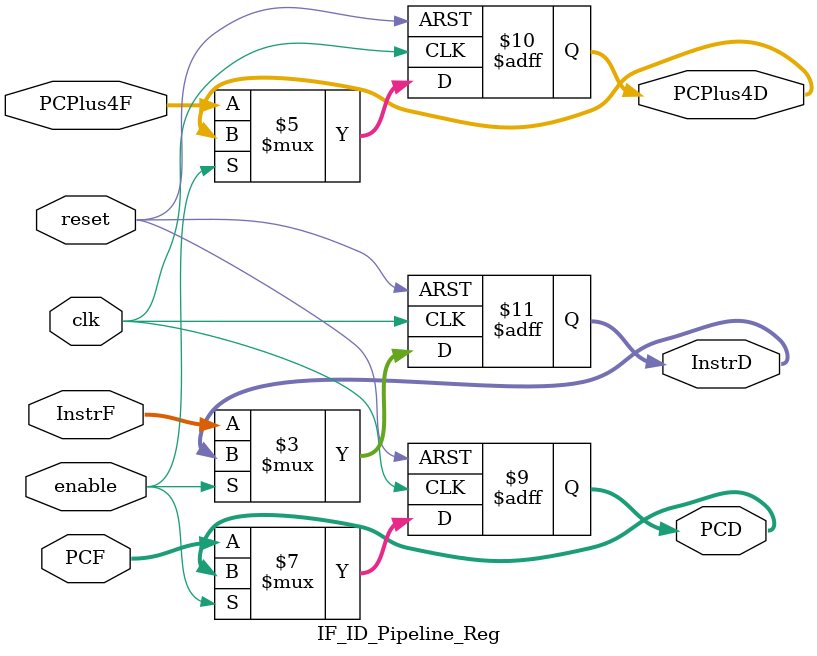
<source format=v>
`timescale 1ns / 1ps

module IF_ID_Pipeline_Reg (
    input wire clk,
    input wire reset,
    input wire enable,           // Enable signal for the pipeline register
    input wire [31:0] PCF,       // PC value from IF stage
    input wire [31:0] PCPlus4F,  // PC+4 value from IF stage
    input wire [31:0] InstrF,    // Instruction from IF stage

    // Outputs
    output reg [31:0] PCD,       // Stored PC value for ID stage
    output reg [31:0] PCPlus4D,  // Stored PC+4 value for ID stage
    output reg [31:0] InstrD     // Stored instruction for ID stage
);

    // Sequential logic for pipeline register
    always @(posedge clk or posedge reset) begin
        if (reset) begin
            PCD <= 32'b0;        // Reset PC to 0
            PCPlus4D <= 32'b0;  // Reset PC+4 to 0
            InstrD <= 32'b0;    // Reset instruction to 0
        end else if (!enable) begin
            PCD <= PCF;         // Store PC value
            PCPlus4D <= PCPlus4F; // Store PC+4 value
            InstrD <= InstrF;     // Store instruction value
        end
    end

endmodule


</source>
